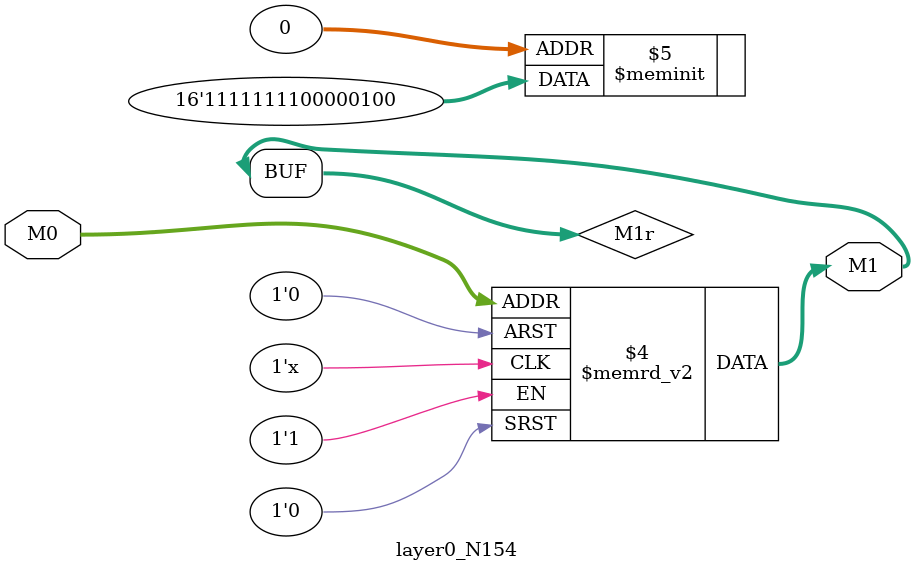
<source format=v>
module layer0_N154 ( input [2:0] M0, output [1:0] M1 );

	(*rom_style = "distributed" *) reg [1:0] M1r;
	assign M1 = M1r;
	always @ (M0) begin
		case (M0)
			3'b000: M1r = 2'b00;
			3'b100: M1r = 2'b11;
			3'b010: M1r = 2'b00;
			3'b110: M1r = 2'b11;
			3'b001: M1r = 2'b01;
			3'b101: M1r = 2'b11;
			3'b011: M1r = 2'b00;
			3'b111: M1r = 2'b11;

		endcase
	end
endmodule

</source>
